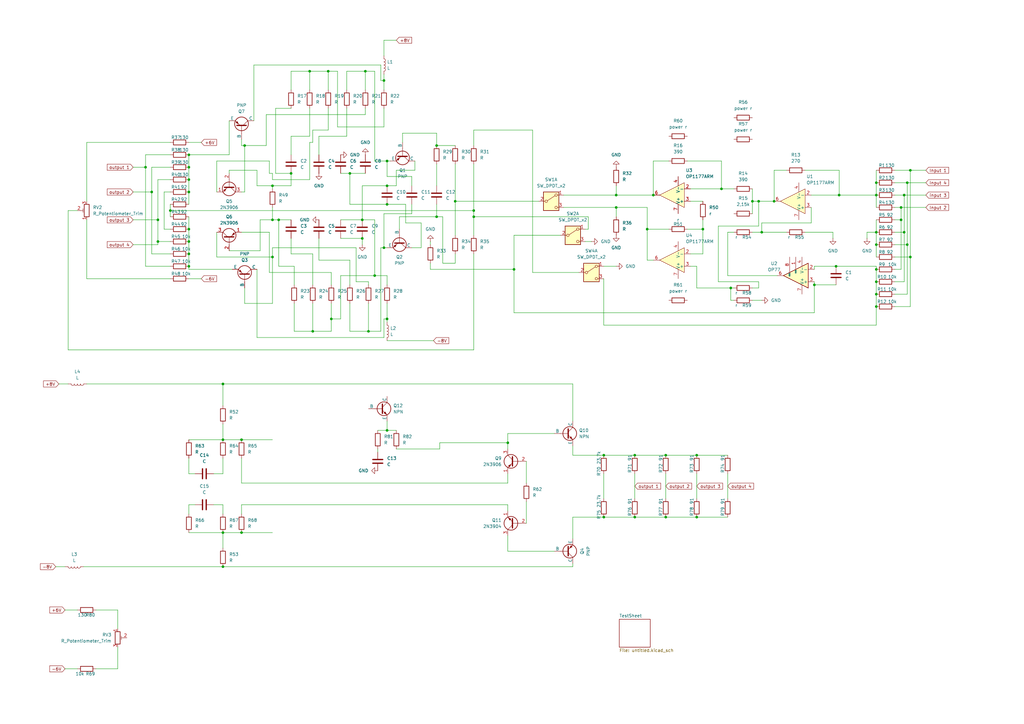
<source format=kicad_sch>
(kicad_sch (version 20250114) (generator "eeschema") (generator_version "9.0")
  (paper "A3")
  (title_block (title "ZDC FIFO custom") (date "2025-02-26") (rev "0.0") (company "INFN Torino") (comment 1 "Stefan Cristi Zugravel") (comment 2 "zugravel@to.infn.it"))
  (junction (at 295.91 77.47))
  (junction (at 372.11 100.33))
  (junction (at 111.76 105.41))
  (junction (at 77.47 104.14))
  (junction (at 77.47 68.58))
  (junction (at 359.41 74.93))
  (junction (at 194.31 86.36))
  (junction (at 288.29 93.98))
  (junction (at 111.76 76.2))
  (junction (at 273.05 212.09))
  (junction (at 359.41 100.33))
  (junction (at 62.23 78.74))
  (junction (at 369.57 85.09))
  (junction (at 373.38 69.85))
  (junction (at 158.75 176.53))
  (junction (at 260.35 186.69))
  (junction (at 285.75 212.09))
  (junction (at 308.61 82.55))
  (junction (at 252.73 85.09))
  (junction (at 265.43 93.98))
  (junction (at 127 29.21))
  (junction (at 247.65 212.09))
  (junction (at 128.27 135.89))
  (junction (at 157.48 101.6))
  (junction (at 77.47 109.22))
  (junction (at 100.33 59.69))
  (junction (at 252.73 80.01))
  (junction (at 143.51 71.12))
  (junction (at 91.44 180.34))
  (junction (at 111.76 90.17))
  (junction (at 158.75 76.2))
  (junction (at 77.47 93.98))
  (junction (at 77.47 73.66))
  (junction (at 208.28 181.61))
  (junction (at 69.85 86.36))
  (junction (at 153.67 113.03))
  (junction (at 114.3 90.17))
  (junction (at 359.41 95.25))
  (junction (at 210.82 110.49))
  (junction (at 359.41 125.73))
  (junction (at 186.69 82.55))
  (junction (at 370.84 80.01))
  (junction (at 91.44 218.44))
  (junction (at 247.65 186.69))
  (junction (at 158.75 66.04))
  (junction (at 194.31 88.9))
  (junction (at 267.97 80.01))
  (junction (at 158.75 83.82))
  (junction (at 334.01 116.84))
  (junction (at 77.47 63.5))
  (junction (at 99.06 218.44))
  (junction (at 77.47 99.06))
  (junction (at 64.77 99.06))
  (junction (at 369.57 90.17))
  (junction (at 359.41 120.65))
  (junction (at 148.59 90.17))
  (junction (at 285.75 186.69))
  (junction (at 311.15 82.55))
  (junction (at 359.41 80.01))
  (junction (at 359.41 115.57))
  (junction (at 370.84 95.25))
  (junction (at 342.9 109.22))
  (junction (at 179.07 59.69))
  (junction (at 64.77 90.17))
  (junction (at 91.44 232.41))
  (junction (at 373.38 105.41))
  (junction (at 134.62 29.21))
  (junction (at 77.47 78.74))
  (junction (at 135.89 130.81))
  (junction (at 119.38 71.12))
  (junction (at 299.72 118.11))
  (junction (at 91.44 157.48))
  (junction (at 312.42 95.25))
  (junction (at 260.35 212.09))
  (junction (at 149.86 29.21))
  (junction (at 359.41 110.49))
  (junction (at 148.59 97.79))
  (junction (at 317.5 82.55))
  (junction (at 151.13 135.89))
  (junction (at 344.17 80.01))
  (junction (at 99.06 180.34))
  (junction (at 273.05 186.69))
  (junction (at 59.69 68.58))
  (junction (at 179.07 88.9))
  (junction (at 158.75 130.81))
  (junction (at 372.11 74.93))
  (junction (at 157.48 33.02))
  (wire (pts (xy 105.41 110.49) (xy 105.41 138.43)))
  (wire (pts (xy 308.61 82.55) (xy 308.61 87.63)))
  (wire (pts (xy 143.51 124.46) (xy 143.51 135.89)))
  (wire (pts (xy 35.56 90.17) (xy 35.56 114.3)))
  (wire (pts (xy 27.94 86.36) (xy 27.94 143.51)))
  (wire (pts (xy 69.85 99.06) (xy 64.77 99.06)))
  (wire (pts (xy 208.28 194.31) (xy 208.28 198.12)))
  (wire (pts (xy 54.61 90.17) (xy 64.77 90.17)))
  (wire (pts (xy 285.75 118.11) (xy 299.72 118.11)))
  (wire (pts (xy 35.56 58.42) (xy 35.56 82.55)))
  (wire (pts (xy 100.33 59.69) (xy 109.22 59.69)))
  (wire (pts (xy 186.69 104.14) (xy 186.69 107.95)))
  (wire (pts (xy 111.76 90.17) (xy 114.3 90.17)))
  (wire (pts (xy 359.41 95.25) (xy 359.41 100.33)))
  (wire (pts (xy 288.29 90.17) (xy 288.29 93.98)))
  (wire (pts (xy 359.41 100.33) (xy 359.41 105.41)))
  (wire (pts (xy 295.91 66.04) (xy 295.91 77.47)))
  (wire (pts (xy 77.47 194.31) (xy 80.01 194.31)))
  (wire (pts (xy 373.38 105.41) (xy 373.38 69.85)))
  (wire (pts (xy 153.67 113.03) (xy 158.75 113.03)))
  (wire (pts (xy 127 73.66) (xy 127 58.42)))
  (wire (pts (xy 158.75 66.04) (xy 153.67 66.04)))
  (wire (pts (xy 64.77 73.66) (xy 64.77 90.17)))
  (wire (pts (xy 158.75 116.84) (xy 158.75 113.03)))
  (wire (pts (xy 39.37 274.32) (xy 48.26 274.32)))
  (wire (pts (xy 69.85 86.36) (xy 69.85 88.9)))
  (wire (pts (xy 135.89 124.46) (xy 135.89 130.81)))
  (wire (pts (xy 294.64 92.71) (xy 311.15 92.71)))
  (wire (pts (xy 93.98 71.12) (xy 93.98 69.85)))
  (wire (pts (xy 208.28 226.06) (xy 227.33 226.06)))
  (wire (pts (xy 332.74 80.01) (xy 344.17 80.01)))
  (wire (pts (xy 341.63 95.25) (xy 330.2 95.25)))
  (wire (pts (xy 308.61 82.55) (xy 311.15 82.55)))
  (wire (pts (xy 332.74 91.44) (xy 332.74 85.09)))
  (wire (pts (xy 265.43 93.98) (xy 265.43 106.68)))
  (wire (pts (xy 128.27 58.42) (xy 128.27 53.34)))
  (wire (pts (xy 77.47 63.5) (xy 77.47 68.58)))
  (wire (pts (xy 158.75 124.46) (xy 158.75 130.81)))
  (wire (pts (xy 311.15 82.55) (xy 311.15 92.71)))
  (wire (pts (xy 120.65 135.89) (xy 128.27 135.89)))
  (wire (pts (xy 194.31 88.9) (xy 194.31 96.52)))
  (wire (pts (xy 130.81 55.88) (xy 142.24 55.88)))
  (wire (pts (xy 180.34 184.15) (xy 180.34 181.61)))
  (wire (pts (xy 77.47 110.49) (xy 77.47 109.22)))
  (wire (pts (xy 59.69 68.58) (xy 59.69 109.22)))
  (wire (pts (xy 158.75 176.53) (xy 162.56 176.53)))
  (wire (pts (xy 369.57 90.17) (xy 369.57 110.49)))
  (wire (pts (xy 127 29.21) (xy 134.62 29.21)))
  (wire (pts (xy 247.65 109.22) (xy 252.73 109.22)))
  (wire (pts (xy 285.75 212.09) (xy 298.45 212.09)))
  (wire (pts (xy 156.21 26.67) (xy 156.21 33.02)))
  (wire (pts (xy 334.01 128.27) (xy 334.01 116.84)))
  (wire (pts (xy 77.47 68.58) (xy 77.47 73.66)))
  (wire (pts (xy 359.41 133.35) (xy 359.41 125.73)))
  (wire (pts (xy 163.83 93.98) (xy 163.83 88.9)))
  (wire (pts (xy 88.9 78.74) (xy 88.9 66.04)))
  (wire (pts (xy 111.76 101.6) (xy 146.05 101.6)))
  (wire (pts (xy 139.7 130.81) (xy 135.89 130.81)))
  (wire (pts (xy 148.59 76.2) (xy 158.75 76.2)))
  (wire (pts (xy 88.9 95.25) (xy 88.9 105.41)))
  (wire (pts (xy 99.06 57.15) (xy 99.06 59.69)))
  (wire (pts (xy 157.48 138.43) (xy 157.48 130.81)))
  (wire (pts (xy 143.51 83.82) (xy 143.51 71.12)))
  (wire (pts (xy 119.38 63.5) (xy 119.38 55.88)))
  (wire (pts (xy 208.28 219.71) (xy 208.28 226.06)))
  (wire (pts (xy 69.85 104.14) (xy 62.23 104.14)))
  (wire (pts (xy 311.15 115.57) (xy 294.64 115.57)))
  (wire (pts (xy 160.02 66.04) (xy 158.75 66.04)))
  (wire (pts (xy 87.63 207.01) (xy 91.44 207.01)))
  (wire (pts (xy 64.77 90.17) (xy 64.77 99.06)))
  (wire (pts (xy 367.03 69.85) (xy 373.38 69.85)))
  (wire (pts (xy 91.44 232.41) (xy 234.95 232.41)))
  (wire (pts (xy 367.03 90.17) (xy 369.57 90.17)))
  (wire (pts (xy 111.76 90.17) (xy 111.76 85.09)))
  (wire (pts (xy 77.47 104.14) (xy 77.47 109.22)))
  (wire (pts (xy 157.48 30.48) (xy 157.48 33.02)))
  (wire (pts (xy 93.98 69.85) (xy 105.41 69.85)))
  (wire (pts (xy 158.75 172.72) (xy 158.75 176.53)))
  (wire (pts (xy 31.75 274.32) (xy 26.67 274.32)))
  (wire (pts (xy 158.75 83.82) (xy 143.51 83.82)))
  (wire (pts (xy 109.22 59.69) (xy 109.22 46.99)))
  (wire (pts (xy 344.17 80.01) (xy 359.41 80.01)))
  (wire (pts (xy 64.77 73.66) (xy 69.85 73.66)))
  (wire (pts (xy 39.37 250.19) (xy 48.26 250.19)))
  (wire (pts (xy 359.41 115.57) (xy 359.41 120.65)))
  (wire (pts (xy 158.75 101.6) (xy 157.48 101.6)))
  (wire (pts (xy 283.21 109.22) (xy 285.75 109.22)))
  (wire (pts (xy 342.9 109.22) (xy 359.41 109.22)))
  (wire (pts (xy 35.56 114.3) (xy 69.85 114.3)))
  (wire (pts (xy 370.84 80.01) (xy 370.84 95.25)))
  (wire (pts (xy 67.31 93.98) (xy 69.85 93.98)))
  (wire (pts (xy 166.37 91.44) (xy 172.72 91.44)))
  (wire (pts (xy 62.23 68.58) (xy 69.85 68.58)))
  (wire (pts (xy 355.6 95.25) (xy 359.41 95.25)))
  (wire (pts (xy 252.73 85.09) (xy 252.73 88.9)))
  (wire (pts (xy 194.31 86.36) (xy 194.31 88.9)))
  (wire (pts (xy 165.1 54.61) (xy 165.1 58.42)))
  (wire (pts (xy 234.95 182.88) (xy 234.95 186.69)))
  (wire (pts (xy 311.15 118.11) (xy 311.15 115.57)))
  (wire (pts (xy 139.7 113.03) (xy 153.67 113.03)))
  (wire (pts (xy 166.37 83.82) (xy 158.75 83.82)))
  (wire (pts (xy 151.13 135.89) (xy 156.21 135.89)))
  (wire (pts (xy 247.65 133.35) (xy 359.41 133.35)))
  (wire (pts (xy 186.69 82.55) (xy 186.69 96.52)))
  (wire (pts (xy 99.06 180.34) (xy 111.76 180.34)))
  (wire (pts (xy 119.38 55.88) (xy 127 55.88)))
  (wire (pts (xy 252.73 80.01) (xy 267.97 80.01)))
  (wire (pts (xy 104.14 26.67) (xy 156.21 26.67)))
  (wire (pts (xy 120.65 124.46) (xy 120.65 135.89)))
  (wire (pts (xy 109.22 46.99) (xy 149.86 46.99)))
  (wire (pts (xy 298.45 95.25) (xy 298.45 113.03)))
  (wire (pts (xy 106.68 102.87) (xy 106.68 90.17)))
  (wire (pts (xy 69.85 86.36) (xy 194.31 86.36)))
  (wire (pts (xy 91.44 157.48) (xy 234.95 157.48)))
  (wire (pts (xy 157.48 101.6) (xy 156.21 101.6)))
  (wire (pts (xy 69.85 83.82) (xy 69.85 86.36)))
  (wire (pts (xy 355.6 97.79) (xy 355.6 95.25)))
  (wire (pts (xy 111.76 71.12) (xy 111.76 73.66)))
  (wire (pts (xy 194.31 67.31) (xy 194.31 86.36)))
  (wire (pts (xy 95.25 110.49) (xy 77.47 110.49)))
  (wire (pts (xy 260.35 194.31) (xy 260.35 204.47)))
  (wire (pts (xy 110.49 66.04) (xy 110.49 71.12)))
  (wire (pts (xy 148.59 90.17) (xy 153.67 90.17)))
  (wire (pts (xy 59.69 63.5) (xy 59.69 68.58)))
  (wire (pts (xy 91.44 194.31) (xy 91.44 187.96)))
  (wire (pts (xy 267.97 80.01) (xy 267.97 66.04)))
  (wire (pts (xy 114.3 109.22) (xy 120.65 109.22)))
  (wire (pts (xy 67.31 93.98) (xy 67.31 78.74)))
  (wire (pts (xy 77.47 78.74) (xy 77.47 83.82)))
  (wire (pts (xy 128.27 135.89) (xy 135.89 135.89)))
  (wire (pts (xy 77.47 218.44) (xy 91.44 218.44)))
  (wire (pts (xy 234.95 157.48) (xy 234.95 172.72)))
  (wire (pts (xy 151.13 124.46) (xy 151.13 135.89)))
  (wire (pts (xy 143.51 135.89) (xy 151.13 135.89)))
  (wire (pts (xy 359.41 110.49) (xy 359.41 115.57)))
  (wire (pts (xy 359.41 109.22) (xy 359.41 110.49)))
  (wire (pts (xy 35.56 157.48) (xy 91.44 157.48)))
  (wire (pts (xy 120.65 109.22) (xy 120.65 116.84)))
  (wire (pts (xy 308.61 77.47) (xy 308.61 82.55)))
  (wire (pts (xy 234.95 212.09) (xy 234.95 220.98)))
  (wire (pts (xy 179.07 67.31) (xy 179.07 76.2)))
  (wire (pts (xy 119.38 104.14) (xy 128.27 104.14)))
  (wire (pts (xy 341.63 97.79) (xy 341.63 95.25)))
  (wire (pts (xy 157.48 130.81) (xy 158.75 130.81)))
  (wire (pts (xy 156.21 33.02) (xy 157.48 33.02)))
  (wire (pts (xy 359.41 80.01) (xy 359.41 85.09)))
  (wire (pts (xy 367.03 120.65) (xy 372.11 120.65)))
  (wire (pts (xy 134.62 29.21) (xy 134.62 36.83)))
  (wire (pts (xy 367.03 100.33) (xy 372.11 100.33)))
  (wire (pts (xy 252.73 76.2) (xy 252.73 80.01)))
  (wire (pts (xy 208.28 177.8) (xy 227.33 177.8)))
  (wire (pts (xy 22.86 232.41) (xy 26.67 232.41)))
  (wire (pts (xy 119.38 29.21) (xy 127 29.21)))
  (wire (pts (xy 215.9 205.74) (xy 215.9 214.63)))
  (wire (pts (xy 373.38 69.85) (xy 379.73 69.85)))
  (wire (pts (xy 317.5 69.85) (xy 322.58 69.85)))
  (wire (pts (xy 99.06 187.96) (xy 99.06 198.12)))
  (wire (pts (xy 181.61 88.9) (xy 181.61 107.95)))
  (wire (pts (xy 77.47 58.42) (xy 82.55 58.42)))
  (wire (pts (xy 100.33 78.74) (xy 100.33 59.69)))
  (wire (pts (xy 273.05 212.09) (xy 285.75 212.09)))
  (wire (pts (xy 247.65 212.09) (xy 260.35 212.09)))
  (wire (pts (xy 99.06 207.01) (xy 99.06 210.82)))
  (wire (pts (xy 157.48 87.63) (xy 168.91 87.63)))
  (wire (pts (xy 134.62 53.34) (xy 134.62 44.45)))
  (wire (pts (xy 93.98 49.53) (xy 93.98 63.5)))
  (wire (pts (xy 127 29.21) (xy 127 36.83)))
  (wire (pts (xy 35.56 58.42) (xy 69.85 58.42)))
  (wire (pts (xy 91.44 207.01) (xy 91.44 210.82)))
  (wire (pts (xy 77.47 73.66) (xy 77.47 78.74)))
  (wire (pts (xy 105.41 69.85) (xy 105.41 76.2)))
  (wire (pts (xy 241.3 93.98) (xy 241.3 88.9)))
  (wire (pts (xy 300.99 77.47) (xy 295.91 77.47)))
  (wire (pts (xy 168.91 101.6) (xy 172.72 101.6)))
  (wire (pts (xy 298.45 194.31) (xy 298.45 204.47)))
  (wire (pts (xy 234.95 212.09) (xy 247.65 212.09)))
  (wire (pts (xy 48.26 250.19) (xy 48.26 257.81)))
  (wire (pts (xy 91.44 173.99) (xy 91.44 180.34)))
  (wire (pts (xy 91.44 180.34) (xy 99.06 180.34)))
  (wire (pts (xy 77.47 88.9) (xy 77.47 93.98)))
  (wire (pts (xy 99.06 207.01) (xy 208.28 207.01)))
  (wire (pts (xy 142.24 29.21) (xy 149.86 29.21)))
  (wire (pts (xy 93.98 102.87) (xy 106.68 102.87)))
  (wire (pts (xy 176.53 107.95) (xy 176.53 110.49)))
  (wire (pts (xy 372.11 74.93) (xy 372.11 100.33)))
  (wire (pts (xy 110.49 95.25) (xy 99.06 95.25)))
  (wire (pts (xy 99.06 78.74) (xy 100.33 78.74)))
  (wire (pts (xy 308.61 118.11) (xy 311.15 118.11)))
  (wire (pts (xy 240.03 93.98) (xy 241.3 93.98)))
  (wire (pts (xy 88.9 66.04) (xy 110.49 66.04)))
  (wire (pts (xy 156.21 101.6) (xy 156.21 135.89)))
  (wire (pts (xy 67.31 78.74) (xy 69.85 78.74)))
  (wire (pts (xy 127 55.88) (xy 127 44.45)))
  (wire (pts (xy 252.73 85.09) (xy 265.43 85.09)))
  (wire (pts (xy 179.07 88.9) (xy 181.61 88.9)))
  (wire (pts (xy 372.11 100.33) (xy 372.11 120.65)))
  (wire (pts (xy 162.56 76.2) (xy 158.75 76.2)))
  (wire (pts (xy 111.76 76.2) (xy 119.38 76.2)))
  (wire (pts (xy 285.75 186.69) (xy 298.45 186.69)))
  (wire (pts (xy 285.75 194.31) (xy 285.75 204.47)))
  (wire (pts (xy 158.75 66.04) (xy 158.75 72.39)))
  (wire (pts (xy 367.03 80.01) (xy 370.84 80.01)))
  (wire (pts (xy 158.75 130.81) (xy 158.75 132.08)))
  (wire (pts (xy 148.59 97.79) (xy 148.59 100.33)))
  (wire (pts (xy 130.81 97.79) (xy 130.81 106.68)))
  (wire (pts (xy 151.13 115.57) (xy 151.13 116.84)))
  (wire (pts (xy 139.7 113.03) (xy 139.7 130.81)))
  (wire (pts (xy 105.41 76.2) (xy 111.76 76.2)))
  (wire (pts (xy 308.61 95.25) (xy 312.42 95.25)))
  (wire (pts (xy 128.27 53.34) (xy 134.62 53.34)))
  (wire (pts (xy 163.83 88.9) (xy 179.07 88.9)))
  (wire (pts (xy 312.42 95.25) (xy 312.42 91.44)))
  (wire (pts (xy 99.06 198.12) (xy 208.28 198.12)))
  (wire (pts (xy 119.38 97.79) (xy 119.38 104.14)))
  (wire (pts (xy 181.61 107.95) (xy 186.69 107.95)))
  (wire (pts (xy 146.05 101.6) (xy 146.05 115.57)))
  (wire (pts (xy 91.44 218.44) (xy 91.44 224.79)))
  (wire (pts (xy 139.7 90.17) (xy 148.59 90.17)))
  (wire (pts (xy 273.05 194.31) (xy 273.05 204.47)))
  (wire (pts (xy 370.84 80.01) (xy 379.73 80.01)))
  (wire (pts (xy 100.33 124.46) (xy 111.76 124.46)))
  (wire (pts (xy 165.1 54.61) (xy 179.07 54.61)))
  (wire (pts (xy 308.61 123.19) (xy 312.42 123.19)))
  (wire (pts (xy 158.75 72.39) (xy 168.91 72.39)))
  (wire (pts (xy 111.76 73.66) (xy 127 73.66)))
  (wire (pts (xy 134.62 29.21) (xy 138.43 29.21)))
  (wire (pts (xy 194.31 104.14) (xy 194.31 143.51)))
  (wire (pts (xy 77.47 99.06) (xy 77.47 104.14)))
  (wire (pts (xy 208.28 207.01) (xy 208.28 209.55)))
  (wire (pts (xy 99.06 59.69) (xy 100.33 59.69)))
  (wire (pts (xy 87.63 194.31) (xy 91.44 194.31)))
  (wire (pts (xy 334.01 116.84) (xy 342.9 116.84)))
  (wire (pts (xy 148.59 90.17) (xy 148.59 76.2)))
  (wire (pts (xy 215.9 189.23) (xy 215.9 198.12)))
  (wire (pts (xy 64.77 100.33) (xy 64.77 99.06)))
  (wire (pts (xy 77.47 93.98) (xy 77.47 99.06)))
  (wire (pts (xy 153.67 90.17) (xy 153.67 113.03)))
  (wire (pts (xy 62.23 68.58) (xy 62.23 78.74)))
  (wire (pts (xy 135.89 116.84) (xy 135.89 111.76)))
  (wire (pts (xy 100.33 118.11) (xy 100.33 124.46)))
  (wire (pts (xy 127 58.42) (xy 128.27 58.42)))
  (wire (pts (xy 27.94 143.51) (xy 194.31 143.51)))
  (wire (pts (xy 99.06 218.44) (xy 111.76 218.44)))
  (wire (pts (xy 359.41 120.65) (xy 359.41 125.73)))
  (wire (pts (xy 135.89 111.76) (xy 110.49 111.76)))
  (wire (pts (xy 334.01 115.57) (xy 334.01 116.84)))
  (wire (pts (xy 143.51 106.68) (xy 143.51 116.84)))
  (wire (pts (xy 119.38 71.12) (xy 119.38 76.2)))
  (wire (pts (xy 300.99 118.11) (xy 299.72 118.11)))
  (wire (pts (xy 157.48 33.02) (xy 157.48 36.83)))
  (wire (pts (xy 77.47 210.82) (xy 77.47 207.01)))
  (wire (pts (xy 139.7 97.79) (xy 148.59 97.79)))
  (wire (pts (xy 312.42 91.44) (xy 332.74 91.44)))
  (wire (pts (xy 379.73 85.09) (xy 369.57 85.09)))
  (wire (pts (xy 130.81 63.5) (xy 130.81 55.88)))
  (wire (pts (xy 166.37 91.44) (xy 166.37 83.82)))
  (wire (pts (xy 93.98 63.5) (xy 77.47 63.5)))
  (wire (pts (xy 162.56 69.85) (xy 162.56 76.2)))
  (wire (pts (xy 54.61 100.33) (xy 64.77 100.33)))
  (wire (pts (xy 139.7 71.12) (xy 143.51 71.12)))
  (wire (pts (xy 158.75 139.7) (xy 177.8 139.7)))
  (wire (pts (xy 168.91 72.39) (xy 168.91 76.2)))
  (wire (pts (xy 170.18 66.04) (xy 170.18 69.85)))
  (wire (pts (xy 208.28 181.61) (xy 208.28 177.8)))
  (wire (pts (xy 370.84 95.25) (xy 370.84 115.57)))
  (wire (pts (xy 154.94 176.53) (xy 158.75 176.53)))
  (wire (pts (xy 180.34 181.61) (xy 208.28 181.61)))
  (wire (pts (xy 119.38 90.17) (xy 114.3 90.17)))
  (wire (pts (xy 119.38 71.12) (xy 113.03 71.12)))
  (wire (pts (xy 59.69 109.22) (xy 69.85 109.22)))
  (wire (pts (xy 27.94 86.36) (xy 31.75 86.36)))
  (wire (pts (xy 110.49 71.12) (xy 111.76 71.12)))
  (wire (pts (xy 149.86 46.99) (xy 149.86 44.45)))
  (wire (pts (xy 283.21 104.14) (xy 288.29 104.14)))
  (wire (pts (xy 138.43 52.07) (xy 138.43 29.21)))
  (wire (pts (xy 194.31 88.9) (xy 241.3 88.9)))
  (wire (pts (xy 260.35 212.09) (xy 273.05 212.09)))
  (wire (pts (xy 186.69 67.31) (xy 186.69 82.55)))
  (wire (pts (xy 367.03 105.41) (xy 373.38 105.41)))
  (wire (pts (xy 179.07 59.69) (xy 186.69 59.69)))
  (wire (pts (xy 157.48 16.51) (xy 162.56 16.51)))
  (wire (pts (xy 157.48 22.86) (xy 157.48 16.51)))
  (wire (pts (xy 265.43 106.68) (xy 267.97 106.68)))
  (wire (pts (xy 274.32 93.98) (xy 265.43 93.98)))
  (wire (pts (xy 210.82 96.52) (xy 210.82 110.49)))
  (wire (pts (xy 317.5 82.55) (xy 317.5 69.85)))
  (wire (pts (xy 334.01 109.22) (xy 342.9 109.22)))
  (wire (pts (xy 273.05 186.69) (xy 285.75 186.69)))
  (wire (pts (xy 157.48 101.6) (xy 157.48 87.63)))
  (wire (pts (xy 113.03 71.12) (xy 113.03 44.45)))
  (wire (pts (xy 373.38 125.73) (xy 373.38 105.41)))
  (wire (pts (xy 265.43 85.09) (xy 265.43 93.98)))
  (wire (pts (xy 77.47 187.96) (xy 77.47 194.31)))
  (wire (pts (xy 311.15 82.55) (xy 317.5 82.55)))
  (wire (pts (xy 172.72 101.6) (xy 172.72 91.44)))
  (wire (pts (xy 104.14 49.53) (xy 104.14 26.67)))
  (wire (pts (xy 367.03 115.57) (xy 370.84 115.57)))
  (wire (pts (xy 54.61 68.58) (xy 59.69 68.58)))
  (wire (pts (xy 359.41 69.85) (xy 359.41 74.93)))
  (wire (pts (xy 168.91 87.63) (xy 168.91 83.82)))
  (wire (pts (xy 176.53 99.06) (xy 176.53 100.33)))
  (wire (pts (xy 288.29 93.98) (xy 281.94 93.98)))
  (wire (pts (xy 367.03 74.93) (xy 372.11 74.93)))
  (wire (pts (xy 62.23 78.74) (xy 62.23 104.14)))
  (wire (pts (xy 359.41 74.93) (xy 359.41 80.01)))
  (wire (pts (xy 210.82 128.27) (xy 334.01 128.27)))
  (wire (pts (xy 234.95 232.41) (xy 234.95 231.14)))
  (wire (pts (xy 231.14 80.01) (xy 252.73 80.01)))
  (wire (pts (xy 69.85 63.5) (xy 59.69 63.5)))
  (wire (pts (xy 312.42 95.25) (xy 322.58 95.25)))
  (wire (pts (xy 299.72 118.11) (xy 299.72 123.19)))
  (wire (pts (xy 294.64 115.57) (xy 294.64 92.71)))
  (wire (pts (xy 179.07 54.61) (xy 179.07 59.69)))
  (wire (pts (xy 179.07 83.82) (xy 179.07 88.9)))
  (wire (pts (xy 105.41 138.43) (xy 157.48 138.43)))
  (wire (pts (xy 218.44 111.76) (xy 237.49 111.76)))
  (wire (pts (xy 367.03 95.25) (xy 370.84 95.25)))
  (wire (pts (xy 288.29 93.98) (xy 288.29 104.14)))
  (wire (pts (xy 77.47 180.34) (xy 91.44 180.34)))
  (wire (pts (xy 91.44 218.44) (xy 99.06 218.44)))
  (wire (pts (xy 77.47 207.01) (xy 80.01 207.01)))
  (wire (pts (xy 330.2 69.85) (xy 344.17 69.85)))
  (wire (pts (xy 372.11 74.93) (xy 379.73 74.93)))
  (wire (pts (xy 111.76 101.6) (xy 111.76 105.41)))
  (wire (pts (xy 247.65 114.3) (xy 247.65 133.35)))
  (wire (pts (xy 91.44 157.48) (xy 91.44 166.37)))
  (wire (pts (xy 298.45 113.03) (xy 318.77 113.03)))
  (wire (pts (xy 208.28 184.15) (xy 208.28 181.61)))
  (wire (pts (xy 24.13 157.48) (xy 27.94 157.48)))
  (wire (pts (xy 298.45 95.25) (xy 300.99 95.25)))
  (wire (pts (xy 367.03 125.73) (xy 373.38 125.73)))
  (wire (pts (xy 231.14 85.09) (xy 252.73 85.09)))
  (wire (pts (xy 162.56 184.15) (xy 180.34 184.15)))
  (wire (pts (xy 260.35 186.69) (xy 273.05 186.69)))
  (wire (pts (xy 194.31 53.34) (xy 218.44 53.34)))
  (wire (pts (xy 149.86 29.21) (xy 149.86 36.83)))
  (wire (pts (xy 31.75 250.19) (xy 26.67 250.19)))
  (wire (pts (xy 344.17 69.85) (xy 344.17 80.01)))
  (wire (pts (xy 142.24 44.45) (xy 142.24 55.88)))
  (wire (pts (xy 170.18 69.85) (xy 162.56 69.85)))
  (wire (pts (xy 234.95 186.69) (xy 247.65 186.69)))
  (wire (pts (xy 288.29 82.55) (xy 283.21 82.55)))
  (wire (pts (xy 218.44 53.34) (xy 218.44 111.76)))
  (wire (pts (xy 34.29 232.41) (xy 91.44 232.41)))
  (wire (pts (xy 247.65 194.31) (xy 247.65 204.47)))
  (wire (pts (xy 111.76 76.2) (xy 111.76 77.47)))
  (wire (pts (xy 77.47 114.3) (xy 82.55 114.3)))
  (wire (pts (xy 299.72 123.19) (xy 300.99 123.19)))
  (wire (pts (xy 240.03 99.06) (xy 242.57 99.06)))
  (wire (pts (xy 295.91 77.47) (xy 283.21 77.47)))
  (wire (pts (xy 153.67 66.04) (xy 153.67 29.21)))
  (wire (pts (xy 54.61 78.74) (xy 62.23 78.74)))
  (wire (pts (xy 367.03 110.49) (xy 369.57 110.49)))
  (wire (pts (xy 48.26 265.43) (xy 48.26 274.32)))
  (wire (pts (xy 146.05 115.57) (xy 151.13 115.57)))
  (wire (pts (xy 88.9 105.41) (xy 111.76 105.41)))
  (wire (pts (xy 229.87 96.52) (xy 210.82 96.52)))
  (wire (pts (xy 128.27 124.46) (xy 128.27 135.89)))
  (wire (pts (xy 119.38 36.83) (xy 119.38 29.21)))
  (wire (pts (xy 194.31 59.69) (xy 194.31 53.34)))
  (wire (pts (xy 157.48 44.45) (xy 157.48 52.07)))
  (wire (pts (xy 176.53 110.49) (xy 210.82 110.49)))
  (wire (pts (xy 369.57 85.09) (xy 369.57 90.17)))
  (wire (pts (xy 113.03 44.45) (xy 119.38 44.45)))
  (wire (pts (xy 247.65 186.69) (xy 260.35 186.69)))
  (wire (pts (xy 143.51 71.12) (xy 149.86 71.12)))
  (wire (pts (xy 138.43 52.07) (xy 157.48 52.07)))
  (wire (pts (xy 111.76 105.41) (xy 111.76 124.46)))
  (wire (pts (xy 210.82 110.49) (xy 210.82 128.27)))
  (wire (pts (xy 154.94 184.15) (xy 154.94 185.42)))
  (wire (pts (xy 153.67 29.21) (xy 149.86 29.21)))
  (wire (pts (xy 128.27 104.14) (xy 128.27 116.84)))
  (wire (pts (xy 285.75 109.22) (xy 285.75 118.11)))
  (wire (pts (xy 281.94 66.04) (xy 295.91 66.04)))
  (wire (pts (xy 186.69 82.55) (xy 220.98 82.55)))
  (wire (pts (xy 142.24 36.83) (xy 142.24 29.21)))
  (wire (pts (xy 106.68 90.17) (xy 111.76 90.17)))
  (wire (pts (xy 130.81 106.68) (xy 143.51 106.68)))
  (wire (pts (xy 334.01 110.49) (xy 334.01 109.22)))
  (wire (pts (xy 267.97 66.04) (xy 274.32 66.04)))
  (wire (pts (xy 110.49 111.76) (xy 110.49 95.25)))
  (wire (pts (xy 135.89 130.81) (xy 135.89 135.89)))
  (wire (pts (xy 359.41 90.17) (xy 359.41 95.25)))
  (wire (pts (xy 369.57 85.09) (xy 367.03 85.09)))
  (wire (pts (xy 114.3 90.17) (xy 114.3 109.22)))
  (global_label "output 3" (shape input) (at 54.61 90.17 180) (property "Intersheetrefs" "${INTERSHEET_REFS}" (effects (hide yes))))
  (global_label "output 3" (shape input) (at 285.75 199.39 0) (property "Intersheetrefs" "${INTERSHEET_REFS}" (effects (hide yes))))
  (global_label "output 1" (shape input) (at 260.35 199.39 0) (property "Intersheetrefs" "${INTERSHEET_REFS}" (effects (hide yes))))
  (global_label "input 3" (shape input) (at 379.73 80.01 0) (property "Intersheetrefs" "${INTERSHEET_REFS}" (effects (hide yes))))
  (global_label "-8V" (shape input) (at 22.86 232.41 180) (property "Intersheetrefs" "${INTERSHEET_REFS}" (effects (hide yes))))
  (global_label "output 1" (shape input) (at 54.61 68.58 180) (property "Intersheetrefs" "${INTERSHEET_REFS}" (effects (hide yes))))
  (global_label "-6V" (shape input) (at 82.55 114.3 0) (property "Intersheetrefs" "${INTERSHEET_REFS}" (effects (hide yes))))
  (global_label "output 2" (shape input) (at 54.61 78.74 180) (property "Intersheetrefs" "${INTERSHEET_REFS}" (effects (hide yes))))
  (global_label "output 2" (shape input) (at 273.05 199.39 0) (property "Intersheetrefs" "${INTERSHEET_REFS}" (effects (hide yes))))
  (global_label "output 4" (shape input) (at 54.61 100.33 180) (property "Intersheetrefs" "${INTERSHEET_REFS}" (effects (hide yes))))
  (global_label "+6V" (shape input) (at 26.67 250.19 180) (property "Intersheetrefs" "${INTERSHEET_REFS}" (effects (hide yes))))
  (global_label "Input 2" (shape input) (at 379.73 85.09 0) (property "Intersheetrefs" "${INTERSHEET_REFS}" (effects (hide yes))))
  (global_label "-6V" (shape input) (at 26.67 274.32 180) (property "Intersheetrefs" "${INTERSHEET_REFS}" (effects (hide yes))))
  (global_label "-8V" (shape input) (at 177.8 139.7 0) (property "Intersheetrefs" "${INTERSHEET_REFS}" (effects (hide yes))))
  (global_label "Input 4" (shape input) (at 379.73 74.93 0) (property "Intersheetrefs" "${INTERSHEET_REFS}" (effects (hide yes))))
  (global_label "+6V" (shape input) (at 82.55 58.42 0) (property "Intersheetrefs" "${INTERSHEET_REFS}" (effects (hide yes))))
  (global_label "Input 1" (shape input) (at 379.73 69.85 0) (property "Intersheetrefs" "${INTERSHEET_REFS}" (effects (hide yes))))
  (global_label "+8V" (shape input) (at 24.13 157.48 180) (property "Intersheetrefs" "${INTERSHEET_REFS}" (effects (hide yes))))
  (global_label "+8V" (shape input) (at 162.56 16.51 0) (property "Intersheetrefs" "${INTERSHEET_REFS}" (effects (hide yes))))
  (global_label "output 4" (shape input) (at 298.45 199.39 0) (property "Intersheetrefs" "${INTERSHEET_REFS}" (effects (hide yes))))
  (symbol (lib_id "Device:R") (at 363.22 85.09 90) (unit 1) (exclude_from_sim yes) (on_board no)
    (property "Reference" "R4" (at 361.696 83.058 90))
    (property "Value" "130" (at 364.998 83.058 90))
    (property "Description" "Resistor" (effects (hide yes)))
  )
  (symbol (lib_id "Device:R") (at 151.13 120.65 0) (unit 1) (exclude_from_sim yes) (on_board no)
    (property "Reference" "R27" (at 153.67 119.3799 0) (effects (justify left)))
    (property "Value" "R" (at 153.67 121.9199 0) (effects (justify left)))
    (property "Description" "Resistor" (effects (hide yes)))
  )
  (symbol (lib_id "Device:R") (at 91.44 214.63 0) (unit 1) (exclude_from_sim yes) (on_board no)
    (property "Reference" "R67" (at 93.98 213.3599 0) (effects (justify left)))
    (property "Value" "R" (at 93.98 215.8999 0) (effects (justify left)))
    (property "Description" "Resistor" (effects (hide yes)))
  )
  (symbol (lib_id "Device:R") (at 154.94 180.34 0) (unit 1) (exclude_from_sim yes) (on_board no)
    (property "Reference" "R81" (at 157.48 179.0699 0) (effects (justify left)))
    (property "Value" "R" (at 157.48 181.6099 0) (effects (justify left)))
    (property "Description" "Resistor" (effects (hide yes)))
  )
  (symbol (lib_id "power:GND") (at 149.86 63.5 180) (unit 1) (exclude_from_sim yes) (on_board no)
    (property "Reference" "#PWR017" (effects (hide yes)))
    (property "Value" "GND" (at 149.86 58.42 0))
    (property "Description" "Power symbol creates a global label with name \"GND\" , ground" (effects (hide yes)))
  )
  (symbol (lib_id "Device:R") (at 298.45 208.28 180) (unit 1) (exclude_from_sim yes) (on_board no)
    (property "Reference" "R79" (at 296.418 209.804 90))
    (property "Value" "91" (at 296.418 205.486 90))
    (property "Description" "Resistor" (effects (hide yes)))
  )
  (symbol (lib_id "Device:R") (at 35.56 274.32 270) (unit 1) (exclude_from_sim yes) (on_board no)
    (property "Reference" "R69" (at 37.084 276.352 90))
    (property "Value" "10k" (at 32.766 276.352 90))
    (property "Description" "Resistor" (effects (hide yes)))
  )
  (symbol (lib_id "Device:R") (at 252.73 92.71 0) (unit 1) (exclude_from_sim yes) (on_board no)
    (property "Reference" "R36" (at 255.27 91.4399 0) (effects (justify left)))
    (property "Value" "R" (at 255.27 93.9799 0) (effects (justify left)))
    (property "Description" "Resistor" (effects (hide yes)))
  )
  (symbol (lib_id "Device:R") (at 77.47 214.63 0) (unit 1) (exclude_from_sim yes) (on_board no)
    (property "Reference" "R66" (at 80.01 213.3599 0) (effects (justify left)))
    (property "Value" "R" (at 80.01 215.8999 0) (effects (justify left)))
    (property "Description" "Resistor" (effects (hide yes)))
  )
  (symbol (lib_id "Device:R") (at 304.8 118.11 270) (unit 1) (exclude_from_sim yes) (on_board no)
    (property "Reference" "R58" (at 306.324 120.142 90))
    (property "Value" "r" (at 302.006 120.142 90))
    (property "Description" "Resistor" (effects (hide yes)))
  )
  (symbol (lib_id "Device:R") (at 91.44 228.6 0) (unit 1) (exclude_from_sim yes) (on_board no)
    (property "Reference" "R53" (at 93.98 227.3299 0) (effects (justify left)))
    (property "Value" "R" (at 93.98 229.8699 0) (effects (justify left)))
    (property "Description" "Resistor" (effects (hide yes)))
  )
  (symbol (lib_id "Device:L") (at 30.48 232.41 270) (unit 1) (exclude_from_sim yes) (on_board no)
    (property "Reference" "L3" (at 30.48 227.33 90))
    (property "Value" "L" (at 30.48 229.87 90))
    (property "Description" "Inductor" (effects (hide yes)))
  )
  (symbol (lib_id "power:GND") (at 252.73 109.22 90) (unit 1) (exclude_from_sim yes) (on_board no)
    (property "Reference" "#PWR07" (effects (hide yes)))
    (property "Value" "GND" (at 256.54 109.2199 90) (effects (justify right)))
    (property "Description" "Power symbol creates a global label with name \"GND\" , ground" (effects (hide yes)))
  )
  (symbol (lib_id "Simulation_SPICE:PNP") (at 232.41 226.06 0) (mirror x) (unit 1) (exclude_from_sim yes) (on_board no)
    (property "Reference" "Q4" (at 238.76 226.06 90))
    (property "Value" "PNP" (at 241.3 226.06 90))
    (property "Datasheet" "https://ngspice.sourceforge.io/docs/ngspice-html-manual/manual.xhtml#cha_BJTs" (effects (hide yes)))
    (property "Description" "Bipolar transistor symbol for simulation only, substrate tied to the emitter" (effects (hide yes)))
    (property "Sim.Device" "PNP" (effects (hide yes)))
    (property "Sim.Type" "GUMMELPOON" (effects (hide yes)))
    (property "Sim.Pins" "1=C 2=B 3=E" (effects (hide yes)))
  )
  (symbol (lib_id "Device:R") (at 77.47 184.15 0) (unit 1) (exclude_from_sim yes) (on_board no)
    (property "Reference" "R63" (at 80.01 182.8799 0) (effects (justify left)))
    (property "Value" "R" (at 80.01 185.4199 0) (effects (justify left)))
    (property "Description" "Resistor" (effects (hide yes)))
  )
  (symbol (lib_id "Device:R") (at 326.39 69.85 90) (unit 1) (exclude_from_sim yes) (on_board no)
    (property "Reference" "R13" (at 326.39 63.5 90))
    (property "Value" "270" (at 326.39 66.04 90))
    (property "Description" "Resistor" (effects (hide yes)))
  )
  (symbol (lib_id "Device:R_Potentiometer_Trim") (at 48.26 261.62 0) (unit 1) (exclude_from_sim yes) (on_board no)
    (property "Reference" "RV3" (at 45.72 260.3499 0) (effects (justify right)))
    (property "Value" "R_Potentiometer_Trim" (at 45.72 262.8899 0) (effects (justify right)))
    (property "Description" "Trim-potentiometer" (effects (hide yes)))
  )
  (symbol (lib_id "Device:R") (at 194.31 63.5 0) (unit 1) (exclude_from_sim yes) (on_board no)
    (property "Reference" "R31" (at 196.85 62.2299 0) (effects (justify left)))
    (property "Value" "R" (at 196.85 64.7699 0) (effects (justify left)))
    (property "Description" "Resistor" (effects (hide yes)))
  )
  (symbol (lib_id "Device:C") (at 83.82 194.31 90) (unit 1) (exclude_from_sim yes) (on_board no)
    (property "Reference" "C14" (at 83.82 186.69 90))
    (property "Value" "C" (at 83.82 189.23 90))
    (property "Description" "Unpolarized capacitor" (effects (hide yes)))
  )
  (symbol (lib_id "Device:R") (at 73.66 63.5 90) (unit 1) (exclude_from_sim yes) (on_board no)
    (property "Reference" "R38" (at 72.136 61.468 90))
    (property "Value" "130" (at 75.438 61.468 90))
    (property "Description" "Resistor" (effects (hide yes)))
  )
  (symbol (lib_id "Device:R") (at 252.73 72.39 0) (unit 1) (exclude_from_sim yes) (on_board no)
    (property "Reference" "R32" (at 255.27 71.1199 0) (effects (justify left)))
    (property "Value" "R" (at 255.27 73.6599 0) (effects (justify left)))
    (property "Description" "Resistor" (effects (hide yes)))
  )
  (symbol (lib_id "Device:R") (at 73.66 58.42 90) (unit 1) (exclude_from_sim yes) (on_board no)
    (property "Reference" "R37" (at 72.136 56.388 90))
    (property "Value" "130" (at 75.438 56.388 90))
    (property "Description" "Resistor" (effects (hide yes)))
  )
  (symbol (lib_id "Device:R") (at 120.65 120.65 0) (unit 1) (exclude_from_sim yes) (on_board no)
    (property "Reference" "R23" (at 123.19 119.3799 0) (effects (justify left)))
    (property "Value" "R" (at 123.19 121.9199 0) (effects (justify left)))
    (property "Description" "Resistor" (effects (hide yes)))
  )
  (symbol (lib_id "Device:R") (at 278.13 123.19 90) (unit 1) (exclude_from_sim yes) (on_board no)
    (property "Reference" "R61" (at 278.13 116.84 90))
    (property "Value" "power r" (at 278.13 119.38 90))
    (property "Description" "Resistor" (effects (hide yes)))
  )
  (symbol (lib_id "power:GND") (at 130.81 90.17 270) (unit 1) (exclude_from_sim yes) (on_board no)
    (property "Reference" "#PWR014" (effects (hide yes)))
    (property "Value" "GND" (at 127 90.1699 90) (effects (justify right)))
    (property "Description" "Power symbol creates a global label with name \"GND\" , ground" (effects (hide yes)))
  )
  (symbol (lib_id "Device:R") (at 285.75 208.28 180) (unit 1) (exclude_from_sim yes) (on_board no)
    (property "Reference" "R78" (at 283.718 209.804 90))
    (property "Value" "91" (at 283.718 205.486 90))
    (property "Description" "Resistor" (effects (hide yes)))
  )
  (symbol (lib_id "Device:C") (at 158.75 80.01 0) (unit 1) (exclude_from_sim yes) (on_board no)
    (property "Reference" "C10" (at 162.56 78.7399 0) (effects (justify left)))
    (property "Value" "C" (at 162.56 81.2799 0) (effects (justify left)))
    (property "Description" "Unpolarized capacitor" (effects (hide yes)))
  )
  (symbol (lib_id "power:GND") (at 252.73 96.52 0) (unit 1) (exclude_from_sim yes) (on_board no)
    (property "Reference" "#PWR09" (effects (hide yes)))
    (property "Value" "GND" (at 252.73 101.6 0))
    (property "Description" "Power symbol creates a global label with name \"GND\" , ground" (effects (hide yes)))
  )
  (symbol (lib_id "Amplifier_Operational:OP1177ARM") (at 325.12 82.55 180) (unit 1) (exclude_from_sim yes) (on_board no)
    (property "Reference" "U1" (at 330.7781 72.39 0) (effects (justify right)))
    (property "Value" "OP1177ARM" (at 330.7781 74.93 0) (effects (justify right)))
    (property "Footprint" "Package_SO:MSOP-8_3x3mm_P0.65mm" (effects (hide yes)))
    (property "Datasheet" "https://www.analog.com/media/en/technical-documentation/data-sheets/OP1177_2177_4177.pdf" (effects (hide yes)))
    (property "Description" "Precision Low Noise, Low Input Bias Current Operational Amplifier, MSOP-8" (effects (hide yes)))
  )
  (symbol (lib_id "Device:R") (at 363.22 74.93 90) (unit 1) (exclude_from_sim yes) (on_board no)
    (property "Reference" "R2" (at 361.696 72.898 90))
    (property "Value" "130" (at 364.998 72.898 90))
    (property "Description" "Resistor" (effects (hide yes)))
  )
  (symbol (lib_id "Device:R") (at 273.05 190.5 180) (unit 1) (exclude_from_sim yes) (on_board no)
    (property "Reference" "R72" (at 271.018 192.024 90))
    (property "Value" "91" (at 271.018 187.706 90))
    (property "Description" "Resistor" (effects (hide yes)))
  )
  (symbol (lib_id "power:GND") (at 355.6 97.79 0) (unit 1) (exclude_from_sim yes) (on_board no)
    (property "Reference" "#PWR01" (effects (hide yes)))
    (property "Value" "GND" (at 355.6 102.87 0))
    (property "Description" "Power symbol creates a global label with name \"GND\" , ground" (effects (hide yes)))
  )
  (symbol (lib_id "Device:R") (at 285.75 190.5 180) (unit 1) (exclude_from_sim yes) (on_board no)
    (property "Reference" "R73" (at 283.718 192.024 90))
    (property "Value" "91" (at 283.718 187.706 90))
    (property "Description" "Resistor" (effects (hide yes)))
  )
  (symbol (lib_id "Device:R") (at 363.22 105.41 90) (unit 1) (exclude_from_sim yes) (on_board no)
    (property "Reference" "R8" (at 361.696 103.378 90))
    (property "Value" "92" (at 364.998 103.378 90))
    (property "Description" "Resistor" (effects (hide yes)))
  )
  (symbol (lib_id "Device:R") (at 149.86 40.64 0) (unit 1) (exclude_from_sim yes) (on_board no)
    (property "Reference" "R21" (at 152.4 39.3699 0) (effects (justify left)))
    (property "Value" "R" (at 152.4 41.9099 0) (effects (justify left)))
    (property "Description" "Resistor" (effects (hide yes)))
  )
  (symbol (lib_id "Device:R") (at 157.48 40.64 0) (unit 1) (exclude_from_sim yes) (on_board no)
    (property "Reference" "R22" (at 160.02 39.3699 0) (effects (justify left)))
    (property "Value" "R" (at 160.02 41.9099 0) (effects (justify left)))
    (property "Description" "Resistor" (effects (hide yes)))
  )
  (symbol (lib_id "Device:C") (at 148.59 93.98 0) (unit 1) (exclude_from_sim yes) (on_board no)
    (property "Reference" "C9" (at 152.4 92.7099 0) (effects (justify left)))
    (property "Value" "C" (at 152.4 95.2499 0) (effects (justify left)))
    (property "Description" "Unpolarized capacitor" (effects (hide yes)))
  )
  (symbol (lib_id "power:GND") (at 148.59 100.33 0) (unit 1) (exclude_from_sim yes) (on_board no)
    (property "Reference" "#PWR011" (effects (hide yes)))
    (property "Value" "GND" (at 148.59 105.41 0))
    (property "Description" "Power symbol creates a global label with name \"GND\" , ground" (effects (hide yes)))
  )
  (symbol (lib_id "Device:C") (at 342.9 113.03 0) (unit 1) (exclude_from_sim yes) (on_board no)
    (property "Reference" "C1" (at 346.71 111.7599 0) (effects (justify left)))
    (property "Value" "C" (at 346.71 114.2999 0) (effects (justify left)))
    (property "Description" "Unpolarized capacitor" (effects (hide yes)))
  )
  (symbol (lib_id "Device:R") (at 194.31 100.33 0) (unit 1) (exclude_from_sim yes) (on_board no)
    (property "Reference" "R35" (at 196.85 99.0599 0) (effects (justify left)))
    (property "Value" "R" (at 196.85 101.5999 0) (effects (justify left)))
    (property "Description" "Resistor" (effects (hide yes)))
  )
  (symbol (lib_id "Device:R") (at 134.62 40.64 0) (unit 1) (exclude_from_sim yes) (on_board no)
    (property "Reference" "R19" (at 137.16 39.3699 0) (effects (justify left)))
    (property "Value" "R" (at 137.16 41.9099 0) (effects (justify left)))
    (property "Description" "Resistor" (effects (hide yes)))
  )
  (symbol (lib_id "power:GND") (at 130.81 71.12 0) (unit 1) (exclude_from_sim yes) (on_board no)
    (property "Reference" "#PWR013" (effects (hide yes)))
    (property "Value" "GND" (at 130.81 76.2 0))
    (property "Description" "Power symbol creates a global label with name \"GND\" , ground" (effects (hide yes)))
  )
  (symbol (lib_id "Device:R") (at 73.66 104.14 90) (unit 1) (exclude_from_sim yes) (on_board no)
    (property "Reference" "R46" (at 72.136 102.108 90))
    (property "Value" "10k" (at 76.454 102.108 90))
    (property "Description" "Resistor" (effects (hide yes)))
  )
  (symbol (lib_id "Device:R") (at 179.07 63.5 0) (unit 1) (exclude_from_sim yes) (on_board no)
    (property "Reference" "R29" (at 181.61 62.2299 0) (effects (justify left)))
    (property "Value" "R" (at 181.61 64.7699 0) (effects (justify left)))
    (property "Description" "Resistor" (effects (hide yes)))
  )
  (symbol (lib_id "Device:R") (at 99.06 184.15 0) (unit 1) (exclude_from_sim yes) (on_board no)
    (property "Reference" "R65" (at 101.6 182.8799 0) (effects (justify left)))
    (property "Value" "R" (at 101.6 185.4199 0) (effects (justify left)))
    (property "Description" "Resistor" (effects (hide yes)))
  )
  (symbol (lib_id "Device:R") (at 304.8 57.15 90) (unit 1) (exclude_from_sim yes) (on_board no)
    (property "Reference" "R57" (at 304.8 50.8 90))
    (property "Value" "power r" (at 304.8 53.34 90))
    (property "Description" "Resistor" (effects (hide yes)))
  )
  (symbol (lib_id "Device:R") (at 278.13 93.98 90) (unit 1) (exclude_from_sim yes) (on_board no)
    (property "Reference" "R51" (at 278.13 91.948 90))
    (property "Value" "r" (at 278.13 90.17 90))
    (property "Description" "Resistor" (effects (hide yes)))
  )
  (symbol (lib_id "Device:L") (at 157.48 26.67 0) (unit 1) (exclude_from_sim yes) (on_board no)
    (property "Reference" "L1" (at 158.75 25.3999 0) (effects (justify left)))
    (property "Value" "L" (at 158.75 27.9399 0) (effects (justify left)))
    (property "Description" "Inductor" (effects (hide yes)))
  )
  (symbol (lib_id "Device:C") (at 149.86 67.31 0) (unit 1) (exclude_from_sim yes) (on_board no)
    (property "Reference" "C8" (at 153.67 66.0399 0) (effects (justify left)))
    (property "Value" "C" (at 153.67 68.5799 0) (effects (justify left)))
    (property "Description" "Unpolarized capacitor" (effects (hide yes)))
  )
  (symbol (lib_id "Simulation_SPICE:PNP") (at 165.1 63.5 270) (unit 1) (exclude_from_sim yes) (on_board no)
    (property "Reference" "Q1" (at 165.1 69.85 90))
    (property "Value" "PNP" (at 165.1 72.39 90))
    (property "Datasheet" "https://ngspice.sourceforge.io/docs/ngspice-html-manual/manual.xhtml#cha_BJTs" (effects (hide yes)))
    (property "Description" "Bipolar transistor symbol for simulation only, substrate tied to the emitter" (effects (hide yes)))
    (property "Sim.Device" "PNP" (effects (hide yes)))
    (property "Sim.Type" "GUMMELPOON" (effects (hide yes)))
    (property "Sim.Pins" "1=C 2=B 3=E" (effects (hide yes)))
  )
  (symbol (lib_id "Simulation_SPICE:NPN") (at 156.21 167.64 0) (unit 1) (exclude_from_sim yes) (on_board no)
    (property "Reference" "Q12" (at 161.29 166.3699 0) (effects (justify left)))
    (property "Value" "NPN" (at 161.29 168.9099 0) (effects (justify left)))
    (property "Datasheet" "https://ngspice.sourceforge.io/docs/ngspice-html-manual/manual.xhtml#cha_BJTs" (effects (hide yes)))
    (property "Description" "Bipolar transistor symbol for simulation only, substrate tied to the emitter" (effects (hide yes)))
    (property "Sim.Device" "NPN" (effects (hide yes)))
    (property "Sim.Type" "GUMMELPOON" (effects (hide yes)))
    (property "Sim.Pins" "1=C 2=B 3=E" (effects (hide yes)))
  )
  (symbol (lib_id "Device:R") (at 273.05 208.28 180) (unit 1) (exclude_from_sim yes) (on_board no)
    (property "Reference" "R77" (at 271.018 209.804 90))
    (property "Value" "91" (at 271.018 205.486 90))
    (property "Description" "Resistor" (effects (hide yes)))
  )
  (symbol (lib_id "Device:R") (at 215.9 201.93 0) (unit 1) (exclude_from_sim yes) (on_board no)
    (property "Reference" "R62" (at 218.44 200.6599 0) (effects (justify left)))
    (property "Value" "R" (at 218.44 203.1999 0) (effects (justify left)))
    (property "Description" "Resistor" (effects (hide yes)))
  )
  (symbol (lib_id "Device:C") (at 119.38 67.31 0) (unit 1) (exclude_from_sim yes) (on_board no)
    (property "Reference" "C2" (at 123.19 66.0399 0) (effects (justify left)))
    (property "Value" "C" (at 123.19 68.5799 0) (effects (justify left)))
    (property "Description" "Unpolarized capacitor" (effects (hide yes)))
  )
  (symbol (lib_id "Device:R") (at 278.13 66.04 90) (unit 1) (exclude_from_sim yes) (on_board no)
    (property "Reference" "R16" (at 278.13 59.69 90))
    (property "Value" "390" (at 278.13 62.23 90))
    (property "Description" "Resistor" (effects (hide yes)))
  )
  (symbol (lib_id "Device:R") (at 363.22 115.57 90) (unit 1) (exclude_from_sim yes) (on_board no)
    (property "Reference" "R10" (at 361.696 113.538 90))
    (property "Value" "10k" (at 366.014 113.538 90))
    (property "Description" "Resistor" (effects (hide yes)))
  )
  (symbol (lib_id "Device:C") (at 139.7 93.98 0) (unit 1) (exclude_from_sim yes) (on_board no)
    (property "Reference" "C7" (at 143.51 92.7099 0) (effects (justify left)))
    (property "Value" "C" (at 143.51 95.2499 0) (effects (justify left)))
    (property "Description" "Unpolarized capacitor" (effects (hide yes)))
  )
  (symbol (lib_id "Device:C") (at 154.94 189.23 0) (unit 1) (exclude_from_sim yes) (on_board no)
    (property "Reference" "C13" (at 158.75 187.9599 0) (effects (justify left)))
    (property "Value" "C" (at 158.75 190.4999 0) (effects (justify left)))
    (property "Description" "Unpolarized capacitor" (effects (hide yes)))
  )
  (symbol (lib_id "Amplifier_Operational:OP1177ARM") (at 275.59 80.01 180) (unit 1) (exclude_from_sim yes) (on_board no)
    (property "Reference" "U3" (at 281.2481 69.85 0) (effects (justify right)))
    (property "Value" "OP1177ARM" (at 281.2481 72.39 0) (effects (justify right)))
    (property "Footprint" "Package_SO:MSOP-8_3x3mm_P0.65mm" (effects (hide yes)))
    (property "Datasheet" "https://www.analog.com/media/en/technical-documentation/data-sheets/OP1177_2177_4177.pdf" (effects (hide yes)))
    (property "Description" "Precision Low Noise, Low Input Bias Current Operational Amplifier, MSOP-8" (effects (hide yes)))
  )
  (symbol (lib_id "Device:C") (at 168.91 80.01 0) (unit 1) (exclude_from_sim yes) (on_board no)
    (property "Reference" "C11" (at 172.72 78.7399 0) (effects (justify left)))
    (property "Value" "C" (at 172.72 81.2799 0) (effects (justify left)))
    (property "Description" "Unpolarized capacitor" (effects (hide yes)))
  )
  (symbol (lib_id "Device:R") (at 363.22 90.17 90) (unit 1) (exclude_from_sim yes) (on_board no)
    (property "Reference" "R5" (at 361.696 88.138 90))
    (property "Value" "92" (at 364.998 88.138 90))
    (property "Description" "Resistor" (effects (hide yes)))
  )
  (symbol (lib_id "Device:R") (at 142.24 40.64 0) (unit 1) (exclude_from_sim yes) (on_board no)
    (property "Reference" "R20" (at 144.78 39.3699 0) (effects (justify left)))
    (property "Value" "R" (at 144.78 41.9099 0) (effects (justify left)))
    (property "Description" "Resistor" (effects (hide yes)))
  )
  (symbol (lib_id "Device:R") (at 111.76 81.28 0) (unit 1) (exclude_from_sim yes) (on_board no)
    (property "Reference" "R49" (at 114.3 80.0099 0) (effects (justify left)))
    (property "Value" "R" (at 114.3 82.5499 0) (effects (justify left)))
    (property "Description" "Resistor" (effects (hide yes)))
  )
  (symbol (lib_id "Simulation_SPICE:NPN") (at 232.41 177.8 0) (unit 1) (exclude_from_sim yes) (on_board no)
    (property "Reference" "Q10" (at 237.49 176.5299 0) (effects (justify left)))
    (property "Value" "NPN" (at 237.49 179.0699 0) (effects (justify left)))
    (property "Datasheet" "https://ngspice.sourceforge.io/docs/ngspice-html-manual/manual.xhtml#cha_BJTs" (effects (hide yes)))
    (property "Description" "Bipolar transistor symbol for simulation only, substrate tied to the emitter" (effects (hide yes)))
    (property "Sim.Device" "NPN" (effects (hide yes)))
    (property "Sim.Type" "GUMMELPOON" (effects (hide yes)))
    (property "Sim.Pins" "1=C 2=B 3=E" (effects (hide yes)))
  )
  (symbol (lib_id "Device:R") (at 260.35 190.5 180) (unit 1) (exclude_from_sim yes) (on_board no)
    (property "Reference" "R71" (at 258.318 192.024 90))
    (property "Value" "91" (at 258.318 187.706 90))
    (property "Description" "Resistor" (effects (hide yes)))
  )
  (symbol (lib_id "Device:R") (at 73.66 83.82 90) (unit 1) (exclude_from_sim yes) (on_board no)
    (property "Reference" "R42" (at 72.136 81.788 90))
    (property "Value" "92" (at 75.438 81.788 90))
    (property "Description" "Resistor" (effects (hide yes)))
  )
  (symbol (lib_id "Transistor_BJT:2N3906") (at 210.82 189.23 0) (mirror y) (unit 1) (exclude_from_sim yes) (on_board no)
    (property "Reference" "Q9" (at 205.74 187.9599 0) (effects (justify left)))
    (property "Value" "2N3906" (at 205.74 190.4999 0) (effects (justify left)))
    (property "Footprint" "Package_TO_SOT_THT:TO-92_Inline" (effects (hide yes)))
    (property "Datasheet" "https://www.onsemi.com/pub/Collateral/2N3906-D.PDF" (effects (hide yes)))
    (property "Description" "-0.2A Ic, -40V Vce, Small Signal PNP Transistor, TO-92" (effects (hide yes)))
  )
  (symbol (lib_id "Device:C") (at 130.81 67.31 0) (unit 1) (exclude_from_sim yes) (on_board no)
    (property "Reference" "C4" (at 134.62 66.0399 0) (effects (justify left)))
    (property "Value" "C" (at 134.62 68.5799 0) (effects (justify left)))
    (property "Description" "Unpolarized capacitor" (effects (hide yes)))
  )
  (symbol (lib_id "Device:R") (at 363.22 125.73 90) (unit 1) (exclude_from_sim yes) (on_board no)
    (property "Reference" "R12" (at 361.696 123.698 90))
    (property "Value" "10k" (at 366.014 123.698 90))
    (property "Description" "Resistor" (effects (hide yes)))
  )
  (symbol (lib_id "power:GND") (at 252.73 68.58 180) (unit 1) (exclude_from_sim yes) (on_board no)
    (property "Reference" "#PWR08" (effects (hide yes)))
    (property "Value" "GND" (at 252.73 63.5 0))
    (property "Description" "Power symbol creates a global label with name \"GND\" , ground" (effects (hide yes)))
  )
  (symbol (lib_id "Transistor_BJT:2N3904") (at 210.82 214.63 180) (unit 1) (exclude_from_sim yes) (on_board no)
    (property "Reference" "Q11" (at 205.74 213.3599 0) (effects (justify left)))
    (property "Value" "2N3904" (at 205.74 215.8999 0) (effects (justify left)))
    (property "Footprint" "Package_TO_SOT_THT:TO-92_Inline" (effects (hide yes)))
    (property "Datasheet" "https://www.onsemi.com/pub/Collateral/2N3903-D.PDF" (effects (hide yes)))
    (property "Description" "0.2A Ic, 40V Vce, Small Signal NPN Transistor, TO-92" (effects (hide yes)))
  )
  (symbol (lib_id "Amplifier_Operational:OP77") (at 326.39 113.03 180) (unit 1) (exclude_from_sim yes) (on_board no)
    (property "Reference" "U2" (at 317.5 108.0768 0))
    (property "Value" "OP77" (at 317.5 110.6168 0))
    (property "Datasheet" "https://www.analog.com/media/en/technical-documentation/data-sheets/OP77.pdf" (effects (hide yes)))
    (property "Description" "Next Generation OP07 Ultralow Offset Voltage Operational Amplifier, DIP-8/TO-99-8" (effects (hide yes)))
  )
  (symbol (lib_id "Device:R") (at 304.8 48.26 90) (unit 1) (exclude_from_sim yes) (on_board no)
    (property "Reference" "R56" (at 304.8 41.91 90))
    (property "Value" "power r" (at 304.8 44.45 90))
    (property "Description" "Resistor" (effects (hide yes)))
  )
  (symbol (lib_id "Device:R") (at 73.66 73.66 90) (unit 1) (exclude_from_sim yes) (on_board no)
    (property "Reference" "R40" (at 72.136 71.628 90))
    (property "Value" "130" (at 75.438 71.628 90))
    (property "Description" "Resistor" (effects (hide yes)))
  )
  (symbol (lib_id "Device:R") (at 288.29 86.36 180) (unit 1) (exclude_from_sim yes) (on_board no)
    (property "Reference" "R50" (at 290.83 85.0899 0) (effects (justify right)))
    (property "Value" "r" (at 290.83 87.6299 0) (effects (justify right)))
    (property "Description" "Resistor" (effects (hide yes)))
  )
  (symbol (lib_id "Device:R") (at 119.38 40.64 0) (unit 1) (exclude_from_sim yes) (on_board no)
    (property "Reference" "R17" (at 121.92 39.3699 0) (effects (justify left)))
    (property "Value" "R" (at 121.92 41.9099 0) (effects (justify left)))
    (property "Description" "Resistor" (effects (hide yes)))
  )
  (symbol (lib_id "Device:R") (at 304.8 95.25 270) (unit 1) (exclude_from_sim yes) (on_board no)
    (property "Reference" "R54" (at 306.324 97.282 90))
    (property "Value" "r" (at 302.006 97.282 90))
    (property "Description" "Resistor" (effects (hide yes)))
  )
  (symbol (lib_id "Device:R") (at 278.13 55.88 90) (unit 1) (exclude_from_sim yes) (on_board no)
    (property "Reference" "R60" (at 278.13 49.53 90))
    (property "Value" "power r" (at 278.13 52.07 90))
    (property "Description" "Resistor" (effects (hide yes)))
  )
  (symbol (lib_id "Transistor_BJT:2N3906") (at 93.98 97.79 90) (unit 1) (exclude_from_sim yes) (on_board no)
    (property "Reference" "Q6" (at 93.98 88.9 90))
    (property "Value" "2N3906" (at 93.98 91.44 90))
    (property "Footprint" "Package_TO_SOT_THT:TO-92_Inline" (effects (hide yes)))
    (property "Datasheet" "https://www.onsemi.com/pub/Collateral/2N3906-D.PDF" (effects (hide yes)))
    (property "Description" "-0.2A Ic, -40V Vce, Small Signal PNP Transistor, TO-92" (effects (hide yes)))
  )
  (symbol (lib_id "Device:R") (at 363.22 110.49 90) (unit 1) (exclude_from_sim yes) (on_board no)
    (property "Reference" "R9" (at 361.696 108.458 90))
    (property "Value" "10k" (at 366.014 108.458 90))
    (property "Description" "Resistor" (effects (hide yes)))
  )
  (symbol (lib_id "Device:C") (at 119.38 93.98 0) (unit 1) (exclude_from_sim yes) (on_board no)
    (property "Reference" "C3" (at 123.19 92.7099 0) (effects (justify left)))
    (property "Value" "C" (at 123.19 95.2499 0) (effects (justify left)))
    (property "Description" "Unpolarized capacitor" (effects (hide yes)))
  )
  (symbol (lib_id "Device:L") (at 31.75 157.48 270) (unit 1) (exclude_from_sim yes) (on_board no)
    (property "Reference" "L4" (at 31.75 152.4 90))
    (property "Value" "L" (at 31.75 154.94 90))
    (property "Description" "Inductor" (effects (hide yes)))
  )
  (symbol (lib_id "Device:R") (at 127 40.64 0) (unit 1) (exclude_from_sim yes) (on_board no)
    (property "Reference" "R18" (at 129.54 39.3699 0) (effects (justify left)))
    (property "Value" "R" (at 129.54 41.9099 0) (effects (justify left)))
    (property "Description" "Resistor" (effects (hide yes)))
  )
  (symbol (lib_id "power:GND") (at 341.63 97.79 0) (unit 1) (exclude_from_sim yes) (on_board no)
    (property "Reference" "#PWR04" (effects (hide yes)))
    (property "Value" "GND" (at 341.63 102.87 0))
    (property "Description" "Power symbol creates a global label with name \"GND\" , ground" (effects (hide yes)))
  )
  (symbol (lib_id "Device:R") (at 162.56 180.34 0) (unit 1) (exclude_from_sim yes) (on_board no)
    (property "Reference" "R82" (at 165.1 179.0699 0) (effects (justify left)))
    (property "Value" "R" (at 165.1 181.6099 0) (effects (justify left)))
    (property "Description" "Resistor" (effects (hide yes)))
  )
  (symbol (lib_id "Device:R") (at 363.22 95.25 90) (unit 1) (exclude_from_sim yes) (on_board no)
    (property "Reference" "R6" (at 361.696 93.218 90))
    (property "Value" "92" (at 364.998 93.218 90))
    (property "Description" "Resistor" (effects (hide yes)))
  )
  (symbol (lib_id "Switch:SW_DPDT_x2") (at 226.06 82.55 0) (unit 1) (exclude_from_sim yes) (on_board no)
    (property "Reference" "SW1" (at 226.06 73.66 0))
    (property "Value" "SW_DPDT_x2" (at 226.06 76.2 0))
    (property "Description" "Switch, dual pole double throw, separate symbols" (effects (hide yes)))
  )
  (symbol (lib_id "Device:R") (at 326.39 95.25 270) (unit 1) (exclude_from_sim yes) (on_board no)
    (property "Reference" "R55" (at 327.914 97.282 90))
    (property "Value" "r" (at 323.596 97.282 90))
    (property "Description" "Resistor" (effects (hide yes)))
  )
  (symbol (lib_id "Device:R") (at 73.66 99.06 90) (unit 1) (exclude_from_sim yes) (on_board no)
    (property "Reference" "R45" (at 72.136 97.028 90))
    (property "Value" "10k" (at 76.454 97.028 90))
    (property "Description" "Resistor" (effects (hide yes)))
  )
  (symbol (lib_id "Device:R") (at 91.44 170.18 0) (unit 1) (exclude_from_sim yes) (on_board no)
    (property "Reference" "R52" (at 93.98 168.9099 0) (effects (justify left)))
    (property "Value" "R" (at 93.98 171.4499 0) (effects (justify left)))
    (property "Description" "Resistor" (effects (hide yes)))
  )
  (symbol (lib_id "Simulation_SPICE:PNP") (at 99.06 52.07 270) (mirror x) (unit 1) (exclude_from_sim yes) (on_board no)
    (property "Reference" "Q7" (at 99.06 45.72 90))
    (property "Value" "PNP" (at 99.06 43.18 90))
    (property "Datasheet" "https://ngspice.sourceforge.io/docs/ngspice-html-manual/manual.xhtml#cha_BJTs" (effects (hide yes)))
    (property "Description" "Bipolar transistor symbol for simulation only, substrate tied to the emitter" (effects (hide yes)))
    (property "Sim.Device" "PNP" (effects (hide yes)))
    (property "Sim.Type" "GUMMELPOON" (effects (hide yes)))
    (property "Sim.Pins" "1=C 2=B 3=E" (effects (hide yes)))
  )
  (symbol (lib_id "Device:R") (at 73.66 78.74 90) (unit 1) (exclude_from_sim yes) (on_board no)
    (property "Reference" "R41" (at 72.136 76.708 90))
    (property "Value" "92" (at 75.438 76.708 90))
    (property "Description" "Resistor" (effects (hide yes)))
  )
  (symbol (lib_id "Simulation_SPICE:PNP") (at 100.33 113.03 270) (mirror x) (unit 1) (exclude_from_sim yes) (on_board no)
    (property "Reference" "Q3" (at 100.33 106.68 90))
    (property "Value" "PNP" (at 100.33 104.14 90))
    (property "Datasheet" "https://ngspice.sourceforge.io/docs/ngspice-html-manual/manual.xhtml#cha_BJTs" (effects (hide yes)))
    (property "Description" "Bipolar transistor symbol for simulation only, substrate tied to the emitter" (effects (hide yes)))
    (property "Sim.Device" "PNP" (effects (hide yes)))
    (property "Sim.Type" "GUMMELPOON" (effects (hide yes)))
    (property "Sim.Pins" "1=C 2=B 3=E" (effects (hide yes)))
  )
  (symbol (lib_id "Switch:SW_DPDT_x2") (at 234.95 96.52 0) (unit 1) (exclude_from_sim yes) (on_board no)
    (property "Reference" "SW2" (at 234.95 87.63 0))
    (property "Value" "SW_DPDT_x2" (at 234.95 90.17 0))
    (property "Description" "Switch, dual pole double throw, separate symbols" (effects (hide yes)))
  )
  (symbol (lib_id "Device:R") (at 73.66 114.3 90) (unit 1) (exclude_from_sim yes) (on_board no)
    (property "Reference" "R48" (at 72.136 112.268 90))
    (property "Value" "10k" (at 76.454 112.268 90))
    (property "Description" "Resistor" (effects (hide yes)))
  )
  (symbol (lib_id "Device:C") (at 139.7 67.31 0) (unit 1) (exclude_from_sim yes) (on_board no)
    (property "Reference" "C6" (at 143.51 66.0399 0) (effects (justify left)))
    (property "Value" "C" (at 143.51 68.5799 0) (effects (justify left)))
    (property "Description" "Unpolarized capacitor" (effects (hide yes)))
  )
  (symbol (lib_id "Amplifier_Operational:OP1177ARM") (at 275.59 106.68 180) (unit 1) (exclude_from_sim yes) (on_board no)
    (property "Reference" "U4" (at 281.2481 96.52 0) (effects (justify right)))
    (property "Value" "OP1177ARM" (at 281.2481 99.06 0) (effects (justify right)))
    (property "Footprint" "Package_SO:MSOP-8_3x3mm_P0.65mm" (effects (hide yes)))
    (property "Datasheet" "https://www.analog.com/media/en/technical-documentation/data-sheets/OP1177_2177_4177.pdf" (effects (hide yes)))
    (property "Description" "Precision Low Noise, Low Input Bias Current Operational Amplifier, MSOP-8" (effects (hide yes)))
  )
  (symbol (lib_id "Device:R") (at 186.69 100.33 0) (unit 1) (exclude_from_sim yes) (on_board no)
    (property "Reference" "R34" (at 189.23 99.0599 0) (effects (justify left)))
    (property "Value" "R" (at 189.23 101.5999 0) (effects (justify left)))
    (property "Description" "Resistor" (effects (hide yes)))
  )
  (symbol (lib_id "Device:R") (at 363.22 69.85 90) (unit 1) (exclude_from_sim yes) (on_board no)
    (property "Reference" "R1" (at 361.696 67.818 90))
    (property "Value" "130" (at 364.998 67.818 90))
    (property "Description" "Resistor" (effects (hide yes)))
  )
  (symbol (lib_id "Device:R") (at 99.06 214.63 0) (unit 1) (exclude_from_sim yes) (on_board no)
    (property "Reference" "R68" (at 101.6 213.3599 0) (effects (justify left)))
    (property "Value" "R" (at 101.6 215.8999 0) (effects (justify left)))
    (property "Description" "Resistor" (effects (hide yes)))
  )
  (symbol (lib_id "Device:R") (at 260.35 208.28 180) (unit 1) (exclude_from_sim yes) (on_board no)
    (property "Reference" "R76" (at 258.318 209.804 90))
    (property "Value" "91" (at 258.318 205.486 90))
    (property "Description" "Resistor" (effects (hide yes)))
  )
  (symbol (lib_id "power:GND") (at 139.7 63.5 90) (unit 1) (exclude_from_sim yes) (on_board no)
    (property "Reference" "#PWR012" (effects (hide yes)))
    (property "Value" "GND" (at 143.51 63.4999 90) (effects (justify right)))
    (property "Description" "Power symbol creates a global label with name \"GND\" , ground" (effects (hide yes)))
  )
  (symbol (lib_id "power:GND") (at 154.94 193.04 270) (unit 1) (exclude_from_sim yes) (on_board no)
    (property "Reference" "#PWR015" (effects (hide yes)))
    (property "Value" "GND" (at 151.13 193.0399 90) (effects (justify right)))
    (property "Description" "Power symbol creates a global label with name \"GND\" , ground" (effects (hide yes)))
  )
  (symbol (lib_id "Device:R") (at 363.22 80.01 90) (unit 1) (exclude_from_sim yes) (on_board no)
    (property "Reference" "R3" (at 361.696 77.978 90))
    (property "Value" "130" (at 364.998 77.978 90))
    (property "Description" "Resistor" (effects (hide yes)))
  )
  (symbol (lib_id "Device:R") (at 363.22 120.65 90) (unit 1) (exclude_from_sim yes) (on_board no)
    (property "Reference" "R11" (at 361.696 118.618 90))
    (property "Value" "10k" (at 366.014 118.618 90))
    (property "Description" "Resistor" (effects (hide yes)))
  )
  (symbol (lib_id "Device:R") (at 143.51 120.65 0) (unit 1) (exclude_from_sim yes) (on_board no)
    (property "Reference" "R26" (at 146.05 119.3799 0) (effects (justify left)))
    (property "Value" "R" (at 146.05 121.9199 0) (effects (justify left)))
    (property "Description" "Resistor" (effects (hide yes)))
  )
  (symbol (lib_id "Device:R") (at 128.27 120.65 0) (unit 1) (exclude_from_sim yes) (on_board no)
    (property "Reference" "R24" (at 130.81 119.3799 0) (effects (justify left)))
    (property "Value" "R" (at 130.81 121.9199 0) (effects (justify left)))
    (property "Description" "Resistor" (effects (hide yes)))
  )
  (symbol (lib_id "Device:R") (at 304.8 123.19 270) (unit 1) (exclude_from_sim yes) (on_board no)
    (property "Reference" "R59" (at 306.324 125.222 90))
    (property "Value" "r" (at 302.006 125.222 90))
    (property "Description" "Resistor" (effects (hide yes)))
  )
  (symbol (lib_id "Device:L") (at 158.75 135.89 0) (unit 1) (exclude_from_sim yes) (on_board no)
    (property "Reference" "L2" (at 160.02 134.6199 0) (effects (justify left)))
    (property "Value" "L" (at 160.02 137.1599 0) (effects (justify left)))
    (property "Description" "Inductor" (effects (hide yes)))
  )
  (symbol (lib_id "Device:R") (at 135.89 120.65 0) (unit 1) (exclude_from_sim yes) (on_board no)
    (property "Reference" "R25" (at 138.43 119.3799 0) (effects (justify left)))
    (property "Value" "R" (at 138.43 121.9199 0) (effects (justify left)))
    (property "Description" "Resistor" (effects (hide yes)))
  )
  (symbol (lib_id "Device:R") (at 304.8 77.47 90) (unit 1) (exclude_from_sim yes) (on_board no)
    (property "Reference" "R14" (at 304.8 71.12 90))
    (property "Value" "390" (at 304.8 73.66 90))
    (property "Description" "Resistor" (effects (hide yes)))
  )
  (symbol (lib_id "Device:R") (at 73.66 109.22 90) (unit 1) (exclude_from_sim yes) (on_board no)
    (property "Reference" "R47" (at 72.136 107.188 90))
    (property "Value" "10k" (at 76.454 107.188 90))
    (property "Description" "Resistor" (effects (hide yes)))
  )
  (symbol (lib_id "Device:R") (at 304.8 87.63 90) (unit 1) (exclude_from_sim yes) (on_board no)
    (property "Reference" "R15" (at 304.8 81.28 90))
    (property "Value" "2,15k" (at 304.8 83.82 90))
    (property "Description" "Resistor" (effects (hide yes)))
  )
  (symbol (lib_id "Device:R") (at 73.66 68.58 90) (unit 1) (exclude_from_sim yes) (on_board no)
    (property "Reference" "R39" (at 72.136 66.548 90))
    (property "Value" "130" (at 75.438 66.548 90))
    (property "Description" "Resistor" (effects (hide yes)))
  )
  (symbol (lib_id "power:GND") (at 312.42 123.19 90) (unit 1) (exclude_from_sim yes) (on_board no)
    (property "Reference" "#PWR05" (effects (hide yes)))
    (property "Value" "GND" (at 316.23 123.1899 90) (effects (justify right)))
    (property "Description" "Power symbol creates a global label with name \"GND\" , ground" (effects (hide yes)))
  )
  (symbol (lib_id "Device:R_Potentiometer_Trim") (at 35.56 86.36 180) (unit 1) (exclude_from_sim yes) (on_board no)
    (property "Reference" "RV2" (at 38.1 85.0899 0) (effects (justify right)))
    (property "Value" "R_Potentiometer_Trim" (at 38.1 87.6299 0) (effects (justify right)))
    (property "Description" "Trim-potentiometer" (effects (hide yes)))
  )
  (symbol (lib_id "Device:C") (at 130.81 93.98 0) (unit 1) (exclude_from_sim yes) (on_board no)
    (property "Reference" "C5" (at 134.62 92.7099 0) (effects (justify left)))
    (property "Value" "C" (at 134.62 95.2499 0) (effects (justify left)))
    (property "Description" "Unpolarized capacitor" (effects (hide yes)))
  )
  (symbol (lib_id "Switch:SW_DPDT_x2") (at 242.57 111.76 0) (unit 1) (exclude_from_sim yes) (on_board no)
    (property "Reference" "SW4" (at 242.57 102.87 0))
    (property "Value" "SW_DPDT_x2" (at 242.57 105.41 0))
    (property "Description" "Switch, dual pole double throw, separate symbols" (effects (hide yes)))
  )
  (symbol (lib_id "Device:R") (at 363.22 100.33 90) (unit 1) (exclude_from_sim yes) (on_board no)
    (property "Reference" "R7" (at 361.696 98.298 90))
    (property "Value" "92" (at 364.998 98.298 90))
    (property "Description" "Resistor" (effects (hide yes)))
  )
  (symbol (lib_id "Device:R") (at 35.56 250.19 270) (unit 1) (exclude_from_sim yes) (on_board no)
    (property "Reference" "R80" (at 37.084 252.222 90))
    (property "Value" "130" (at 33.782 252.222 90))
    (property "Description" "Resistor" (effects (hide yes)))
  )
  (symbol (lib_id "Device:C") (at 83.82 207.01 90) (unit 1) (exclude_from_sim yes) (on_board no)
    (property "Reference" "C15" (at 83.82 199.39 90))
    (property "Value" "C" (at 83.82 201.93 90))
    (property "Description" "Unpolarized capacitor" (effects (hide yes)))
  )
  (symbol (lib_id "Device:R") (at 176.53 104.14 0) (unit 1) (exclude_from_sim yes) (on_board no)
    (property "Reference" "R33" (at 179.07 102.8699 0) (effects (justify left)))
    (property "Value" "R" (at 179.07 105.4099 0) (effects (justify left)))
    (property "Description" "Resistor" (effects (hide yes)))
  )
  (symbol (lib_id "Transistor_BJT:2N3906") (at 93.98 76.2 270) (unit 1) (exclude_from_sim yes) (on_board no)
    (property "Reference" "Q5" (at 93.98 82.55 90))
    (property "Value" "2N3906" (at 93.98 85.09 90))
    (property "Footprint" "Package_TO_SOT_THT:TO-92_Inline" (effects (hide yes)))
    (property "Datasheet" "https://www.onsemi.com/pub/Collateral/2N3906-D.PDF" (effects (hide yes)))
    (property "Description" "-0.2A Ic, -40V Vce, Small Signal PNP Transistor, TO-92" (effects (hide yes)))
  )
  (symbol (lib_id "Device:R") (at 298.45 190.5 180) (unit 1) (exclude_from_sim yes) (on_board no)
    (property "Reference" "R74" (at 296.418 192.024 90))
    (property "Value" "91" (at 296.418 187.706 90))
    (property "Description" "Resistor" (effects (hide yes)))
  )
  (symbol (lib_id "Device:R") (at 247.65 208.28 180) (unit 1) (exclude_from_sim yes) (on_board no)
    (property "Reference" "R75" (at 245.618 211.074 90))
    (property "Value" "23.7k" (at 245.618 205.486 90))
    (property "Description" "Resistor" (effects (hide yes)))
  )
  (symbol (lib_id "Device:C") (at 179.07 80.01 0) (unit 1) (exclude_from_sim yes) (on_board no)
    (property "Reference" "C12" (at 182.88 78.7399 0) (effects (justify left)))
    (property "Value" "C" (at 182.88 81.2799 0) (effects (justify left)))
    (property "Description" "Unpolarized capacitor" (effects (hide yes)))
  )
  (symbol (lib_id "Device:R") (at 158.75 120.65 0) (unit 1) (exclude_from_sim yes) (on_board no)
    (property "Reference" "R28" (at 161.29 119.3799 0) (effects (justify left)))
    (property "Value" "R" (at 161.29 121.9199 0) (effects (justify left)))
    (property "Description" "Resistor" (effects (hide yes)))
  )
  (symbol (lib_id "Device:R") (at 247.65 190.5 180) (unit 1) (exclude_from_sim yes) (on_board no)
    (property "Reference" "R70" (at 245.618 193.294 90))
    (property "Value" "23.7k" (at 245.618 187.706 90))
    (property "Description" "Resistor" (effects (hide yes)))
  )
  (symbol (lib_id "Device:R") (at 73.66 88.9 90) (unit 1) (exclude_from_sim yes) (on_board no)
    (property "Reference" "R43" (at 72.136 86.868 90))
    (property "Value" "92" (at 75.438 86.868 90))
    (property "Description" "Resistor" (effects (hide yes)))
  )
  (symbol (lib_id "Device:R") (at 91.44 184.15 0) (unit 1) (exclude_from_sim yes) (on_board no)
    (property "Reference" "R64" (at 93.98 182.8799 0) (effects (justify left)))
    (property "Value" "R" (at 93.98 185.4199 0) (effects (justify left)))
    (property "Description" "Resistor" (effects (hide yes)))
  )
  (symbol (lib_id "power:GND") (at 242.57 99.06 90) (unit 1) (exclude_from_sim yes) (on_board no)
    (property "Reference" "#PWR010" (effects (hide yes)))
    (property "Value" "GND" (at 246.38 99.0599 90) (effects (justify right)))
    (property "Description" "Power symbol creates a global label with name \"GND\" , ground" (effects (hide yes)))
  )
  (symbol (lib_id "power:GND") (at 176.53 99.06 180) (unit 1) (exclude_from_sim yes) (on_board no)
    (property "Reference" "#PWR06" (effects (hide yes)))
    (property "Value" "GND" (at 176.53 93.98 0))
    (property "Description" "Power symbol creates a global label with name \"GND\" , ground" (effects (hide yes)))
  )
  (symbol (lib_id "Device:R") (at 73.66 93.98 90) (unit 1) (exclude_from_sim yes) (on_board no)
    (property "Reference" "R44" (at 72.136 91.948 90))
    (property "Value" "92" (at 75.438 91.948 90))
    (property "Description" "Resistor" (effects (hide yes)))
  )
  (symbol (lib_id "Device:R") (at 186.69 63.5 0) (unit 1) (exclude_from_sim yes) (on_board no)
    (property "Reference" "R30" (at 189.23 62.2299 0) (effects (justify left)))
    (property "Value" "R" (at 189.23 64.7699 0) (effects (justify left)))
    (property "Description" "Resistor" (effects (hide yes)))
  )
  (symbol (lib_id "Simulation_SPICE:PNP") (at 163.83 99.06 270) (unit 1) (exclude_from_sim yes) (on_board no)
    (property "Reference" "Q2" (at 163.83 105.41 90))
    (property "Value" "PNP" (at 163.83 107.95 90))
    (property "Datasheet" "https://ngspice.sourceforge.io/docs/ngspice-html-manual/manual.xhtml#cha_BJTs" (effects (hide yes)))
    (property "Description" "Bipolar transistor symbol for simulation only, substrate tied to the emitter" (effects (hide yes)))
    (property "Sim.Device" "PNP" (effects (hide yes)))
    (property "Sim.Type" "GUMMELPOON" (effects (hide yes)))
    (property "Sim.Pins" "1=C 2=B 3=E" (effects (hide yes)))
  )
  (sheet (at 254 254) (size 12.7 11.43) (stroke (width 0.1524))
    (property "Sheetname" "TestSheet" (at 254 253.2884 0) (effects (justify left bottom)))
    (property "Sheetfile" "untitled.kicad_sch" (at 254 266.0146 0) (effects (justify left top)))
  )
)
</source>
